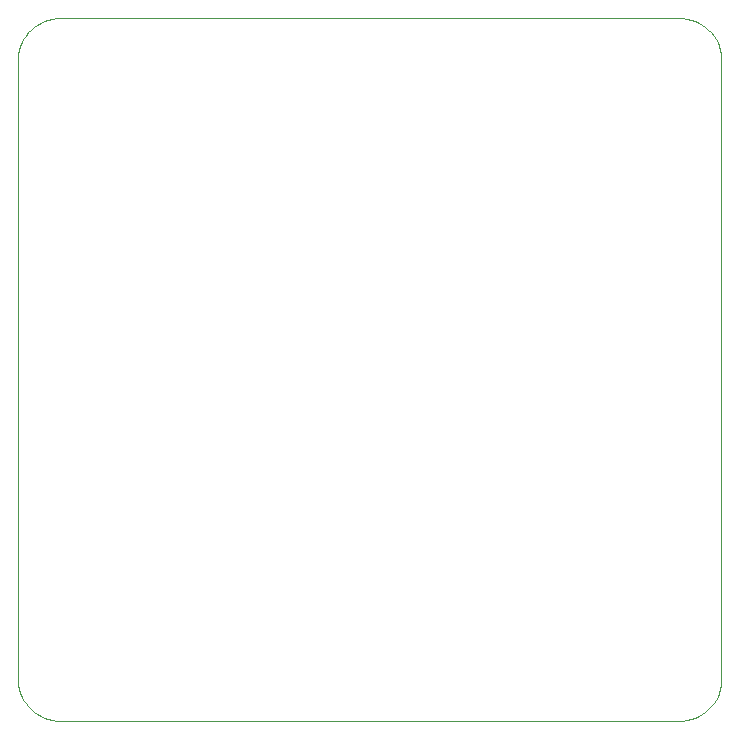
<source format=gbr>
G04 #@! TF.GenerationSoftware,KiCad,Pcbnew,(5.1.0)-1*
G04 #@! TF.CreationDate,2020-07-14T19:53:56+01:00*
G04 #@! TF.ProjectId,SolarDice,536f6c61-7244-4696-9365-2e6b69636164,rev?*
G04 #@! TF.SameCoordinates,PX5faea10PY77e7cd0*
G04 #@! TF.FileFunction,Profile,NP*
%FSLAX46Y46*%
G04 Gerber Fmt 4.6, Leading zero omitted, Abs format (unit mm)*
G04 Created by KiCad (PCBNEW (5.1.0)-1) date 2020-07-14 19:53:56*
%MOMM*%
%LPD*%
G04 APERTURE LIST*
%ADD10C,0.100000*%
G04 APERTURE END LIST*
D10*
X15646821Y90075000D02*
X67878163Y90075000D01*
X67878163Y90075000D02*
X68250779Y90057680D01*
X68250779Y90057680D02*
X68612397Y90006830D01*
X68612397Y90006830D02*
X68961216Y89924119D01*
X68961216Y89924119D02*
X69295438Y89811212D01*
X69295438Y89811212D02*
X69613262Y89669778D01*
X69613262Y89669778D02*
X69912890Y89501482D01*
X69912890Y89501482D02*
X70192522Y89307993D01*
X70192522Y89307993D02*
X70450359Y89090978D01*
X70450359Y89090978D02*
X70684601Y88852102D01*
X70684601Y88852102D02*
X70893449Y88593035D01*
X70893449Y88593035D02*
X71075104Y88315442D01*
X71075104Y88315442D02*
X71227765Y88020990D01*
X71227765Y88020990D02*
X71349634Y87711347D01*
X71349634Y87711347D02*
X71438911Y87388181D01*
X71438911Y87388181D02*
X71493797Y87053157D01*
X71493797Y87053157D02*
X71512492Y86707943D01*
X71512492Y86707943D02*
X71512492Y33942057D01*
X71512492Y33942057D02*
X71493797Y33596843D01*
X71493797Y33596843D02*
X71438911Y33261819D01*
X71438911Y33261819D02*
X71349634Y32938652D01*
X71349634Y32938652D02*
X71227765Y32629010D01*
X71227765Y32629010D02*
X71075104Y32334558D01*
X71075104Y32334558D02*
X70893449Y32056965D01*
X70893449Y32056965D02*
X70684601Y31797898D01*
X70684601Y31797898D02*
X70450359Y31559022D01*
X70450359Y31559022D02*
X70192522Y31342007D01*
X70192522Y31342007D02*
X69912890Y31148518D01*
X69912890Y31148518D02*
X69613262Y30980222D01*
X69613262Y30980222D02*
X69295438Y30838788D01*
X69295438Y30838788D02*
X68961216Y30725881D01*
X68961216Y30725881D02*
X68612397Y30643170D01*
X68612397Y30643170D02*
X68250779Y30592320D01*
X68250779Y30592320D02*
X67878163Y30575000D01*
X67878163Y30575000D02*
X15646821Y30575000D01*
X15646821Y30575000D02*
X15274204Y30592320D01*
X15274204Y30592320D02*
X14912587Y30643170D01*
X14912587Y30643170D02*
X14563768Y30725881D01*
X14563768Y30725881D02*
X14229546Y30838788D01*
X14229546Y30838788D02*
X13911721Y30980222D01*
X13911721Y30980222D02*
X13612093Y31148518D01*
X13612093Y31148518D02*
X13332461Y31342007D01*
X13332461Y31342007D02*
X13074624Y31559022D01*
X13074624Y31559022D02*
X12840382Y31797898D01*
X12840382Y31797898D02*
X12631534Y32056965D01*
X12631534Y32056965D02*
X12449880Y32334558D01*
X12449880Y32334558D02*
X12297219Y32629010D01*
X12297219Y32629010D02*
X12175350Y32938652D01*
X12175350Y32938652D02*
X12086073Y33261819D01*
X12086073Y33261819D02*
X12031187Y33596843D01*
X12031187Y33596843D02*
X12012492Y33942057D01*
X12012492Y33942057D02*
X12012492Y86707943D01*
X12012492Y86707943D02*
X12031187Y87053157D01*
X12031187Y87053157D02*
X12086073Y87388181D01*
X12086073Y87388181D02*
X12175350Y87711347D01*
X12175350Y87711347D02*
X12297219Y88020990D01*
X12297219Y88020990D02*
X12449880Y88315442D01*
X12449880Y88315442D02*
X12631534Y88593035D01*
X12631534Y88593035D02*
X12840382Y88852102D01*
X12840382Y88852102D02*
X13074624Y89090978D01*
X13074624Y89090978D02*
X13332461Y89307993D01*
X13332461Y89307993D02*
X13612093Y89501482D01*
X13612093Y89501482D02*
X13911721Y89669778D01*
X13911721Y89669778D02*
X14229546Y89811212D01*
X14229546Y89811212D02*
X14563768Y89924119D01*
X14563768Y89924119D02*
X14912587Y90006830D01*
X14912587Y90006830D02*
X15274204Y90057680D01*
X15274204Y90057680D02*
X15646821Y90075000D01*
X15646821Y90075000D02*
X15646821Y90075000D01*
X15646821Y90075000D02*
X15646821Y90075000D01*
M02*

</source>
